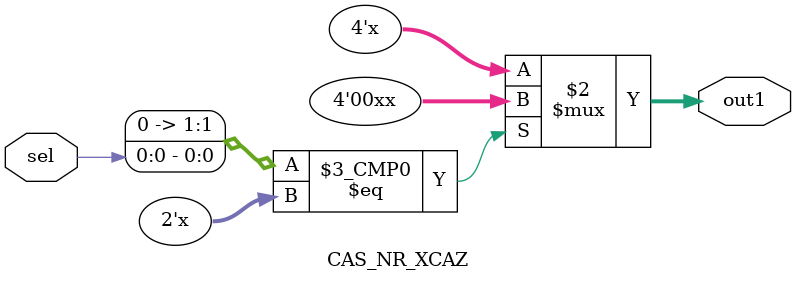
<source format=v>
module CAS_NR_XCAZ (sel, out1);
   output [3:0] out1;
   input sel;
   reg [3:0] out1;
   always @(sel)
   casez(sel)
   2'bxx: out1 = 4'b00xx;
   2'bzz: out1 = 4'b0000;
   default: out1 = 4'b1111;
endcase
endmodule

</source>
